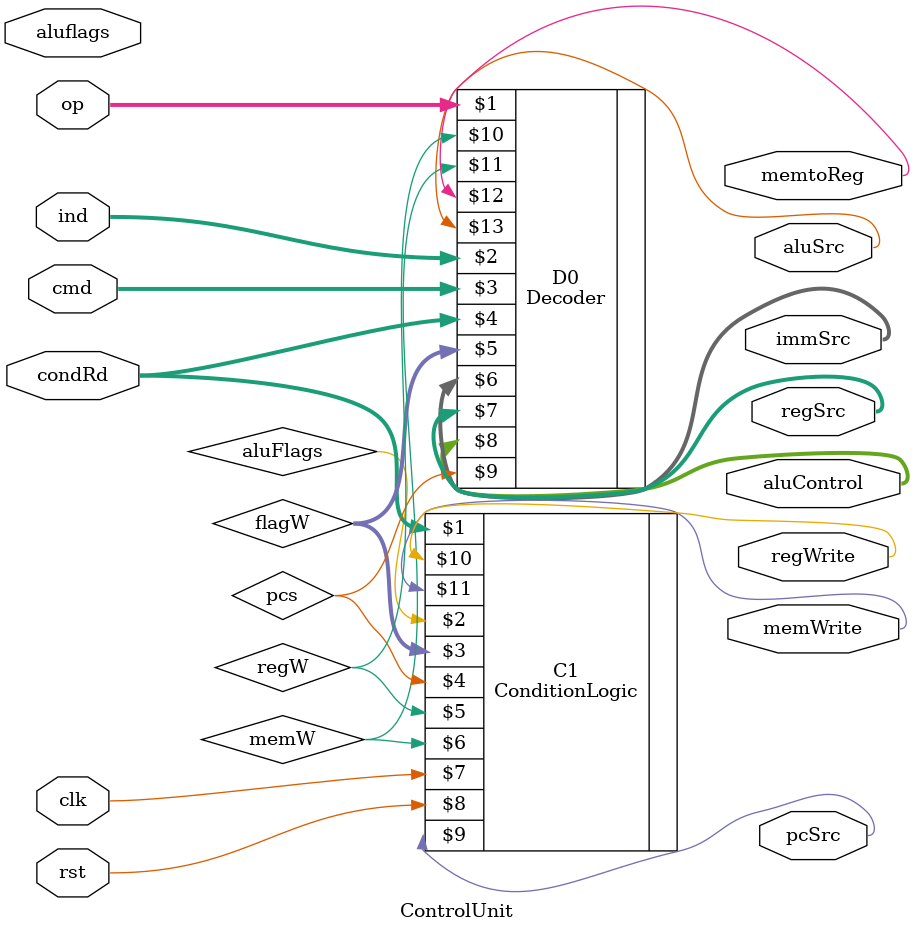
<source format=sv>

module ControlUnit(input logic clk, rst, input logic [1:0] op, input logic [3:0] cmd, input logic [1:0] ind, 
                  input logic [3:0] condRd, aluflags, 
						output logic pcSrc, regWrite, memWrite, memtoReg,
						aluSrc, output logic [1:0] immSrc, regSrc, output logic [3:0] aluControl);
	
	logic [1:0] flagW;
	logic pcs, regW, memW;
	
	logic pcSrcD, regWriteD, memWriteD, memtoRegD, aluSrcD; 
	//logic [1:0] immSrc, regSrc; 
	logic [3:0] aluControlD;
	
	Decoder D0(op, ind, cmd, condRd, 
					flagW, immSrc, regSrc, aluControl, pcs, regW, memW, memtoReg,
					aluSrc);

	ConditionLogic C1(condRd, aluFlags, flagW, 
						pcs, regW, memW, clk, rst, pcSrc, regWrite, memWrite);


endmodule
</source>
